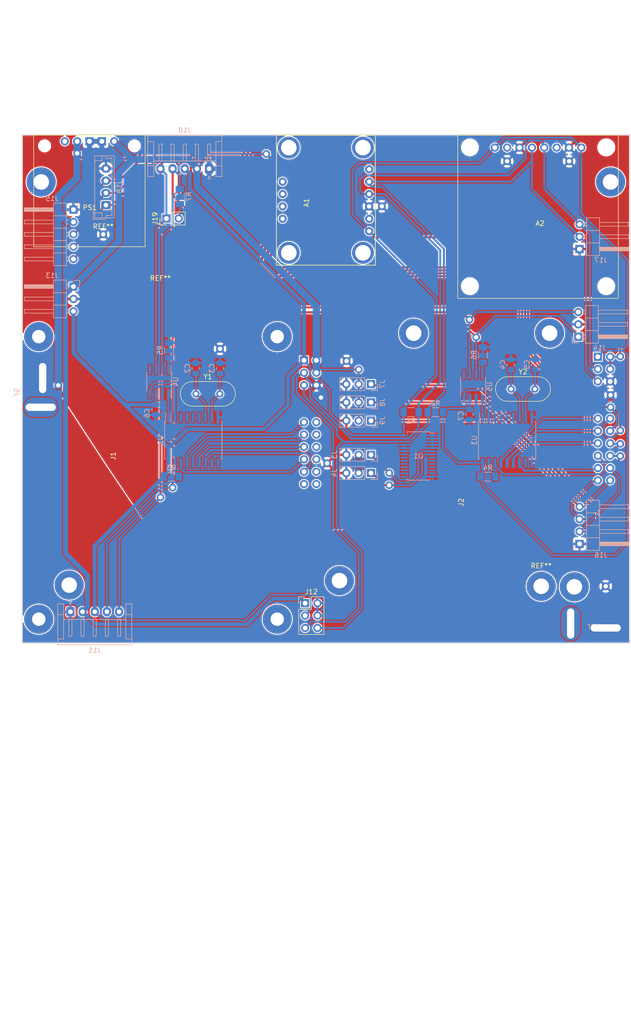
<source format=kicad_pcb>
(kicad_pcb (version 20211014) (generator pcbnew)
  (layers (0 "F.Cu" signal) (31 "B.Cu" signal) (34 "B.Paste" user) (35 "F.Paste" user) (36 "B.SilkS" user "B.Silkscreen") (37 "F.SilkS" user "F.Silkscreen") (38 "B.Mask" user) (39 "F.Mask" user) (44 "Edge.Cuts" user))
  (net 0 "")
  (net 24 "/VBAT+")
  (net 25 "/GND")
  (net 26 "/+3V3")
  (net 27 "/+5V")
  (net 28 "/SDA")
  (net 29 "/SCL")
  (net 30 "/SERVO_PWM")
  (net 31 "/ESC_PWM")
  (net 32 "/ESC_+5V")
  (net 33 "/MISO_A")
  (net 35 "/MOSI_A")
  (net 37 "/SCK_A")
  (net 39 "/CAN_CS_A")
  (net 41 "/CAN_INT_A")
  (net 45 "/MISO_B")
  (net 46 "/MOSI_B")
  (net 47 "/VBAT_C1")
  (net 48 "/SCK_B")
  (net 49 "/VBAT_C2")
  (net 50 "/CAN_CS_B")
  (net 51 "/VBAT_C3")
  (net 52 "/CAN_INT_B")
  (net 53 "/RC_1")
  (net 54 "/RC_2")
  (net 55 "/RC_3")
  (net 56 "/CAN_H")
  (net 57 "/CAN_L")
  (net 58 "Net-(R3-Pad1)")
  (net 59 "Net-(R4-Pad1)")
  (net 60 "Net-(R5-Pad2)")
  (net 61 "Net-(R6-Pad2)")
  (net 62 "/CAN_TX_A")
  (net 63 "/CAN_RX_A")
  (net 70 "/CAN_TX_B")
  (net 71 "/CAN_RX_B")
  (net 80 "Net-(C2-Pad2)")
  (net 81 "Net-(C3-Pad2)")
  (net 82 "Net-(C4-Pad2)")
  (net 83 "Net-(C5-Pad2)")
  (net 84 "Net-(R7-Pad1)")
  (footprint "twyleg-misc:via_0.9" (layer "F.Cu") (at 211.5 87.25)
    (fp_text reference "REF**" hide)
    (fp_text value "via_0.9")
  )
  (footprint "twyleg-displays:Waveshare-0_96inch-oled" (layer "F.Cu") (at 227.095 106.155)
    (fp_text reference "A2")
    (fp_text value "Waveshare-0_96inch-oled")
  )
  (footprint "" (layer "F.Cu") (at 178.25 116.5)
    (fp_text reference "")
    (fp_text value "")
  )
  (footprint "twyleg-voltage-regulators:Polulu-S13V30F5" (layer "F.Cu") (at 162.855 72.645 180)
    (fp_text reference "PS1")
    (fp_text value "Polulu-S13V30F5")
  )
  (footprint "Connector_PinHeader_2.54mm:PinHeader_2x03_P2.54mm_Vertical" (layer "F.Cu") (at 195.725 168.725)
    (fp_text reference "J12")
    (fp_text value "Debug_BreadBoard")
  )
  (footprint "piracer_evo:hpi-racing-rs2" (layer "F.Cu") (at 200 150)
    (fp_text reference "REF**")
    (fp_text value "hpi-racing-rs4")
  )
  (footprint "" (layer "F.Cu") (at 199 126.5)
    (fp_text reference "")
    (fp_text value "")
  )
  (footprint "twyleg-board-connectors:Arduino_UNO_R3_WithMountingHoles-PiRacerEvo" (layer "F.Cu") (at 200 110.5 -90)
    (fp_text reference "J2")
    (fp_text value "PiRacer-BoardConnector")
  )
  (footprint "" (layer "F.Cu") (at 258.5 83)
    (fp_text reference "")
    (fp_text value "")
  )
  (footprint "twyleg-misc:via_0.9" (layer "F.Cu") (at 154.25 93)
    (fp_text reference "REF**")
    (fp_text value "via_0.9")
  )
  (footprint "Crystal:Crystal_HC18-U_Vertical" (layer "F.Cu") (at 238.05 124.75)
    (fp_text reference "Y2")
    (fp_text value "16MHz")
  )
  (footprint "twyleg-board-connectors:RaspberryPi3-ModelB-PiracerEvo" (layer "F.Cu") (at 137.5 110.5 -90)
    (fp_text reference "J1")
    (fp_text value "PiRacer-BoardConnector")
  )
  (footprint "" (layer "F.Cu") (at 237.25 78)
    (fp_text reference "")
    (fp_text value "")
  )
  (footprint "twyleg-board-connectors:Adafruit_IMU_BNO055" (layer "F.Cu") (at 200 86 90)
    (fp_text reference "A1")
    (fp_text value "Adafruit_IMU_BNO055")
  )
  (footprint "" (layer "F.Cu") (at 141.5 82.25)
    (fp_text reference "")
    (fp_text value "")
  )
  (footprint "" (layer "F.Cu") (at 200.25 140)
    (fp_text reference "")
    (fp_text value "")
  )
  (footprint "" (layer "F.Cu") (at 258.5 126)
    (fp_text reference "")
    (fp_text value "")
  )
  (footprint "" (layer "F.Cu") (at 250 78)
    (fp_text reference "")
    (fp_text value "")
  )
  (footprint "" (layer "F.Cu") (at 147.25 165.25)
    (fp_text reference "")
    (fp_text value "")
  )
  (footprint "" (layer "F.Cu") (at 257.5 165.25)
    (fp_text reference "")
    (fp_text value "")
  )
  (footprint "Crystal:Crystal_HC18-U_Vertical" (layer "F.Cu") (at 173.3 125.75)
    (fp_text reference "Y1")
    (fp_text value "16MHz")
  )
  (footprint "twyleg-mechanical:MountingHole_3.2mm_M3" (layer "F.Cu") (at 244.25 165.25)
    (fp_text reference "REF**")
    (fp_text value "MP_MountingHole_3.2mm_M3")
  )
  (footprint "" (layer "F.Cu") (at 204.25 119)
    (fp_text reference "")
    (fp_text value "")
  )
  (footprint "Connector_PinHeader_2.54mm:PinHeader_1x02_P2.54mm_Vertical" (layer "F.Cu") (at 167.225 89.75 90)
    (fp_text reference "J19")
    (fp_text value "CAN_Term_Jumper")
  )
  (footprint "Package_SO:SOIC-18W_7.5x11.6mm_P1.27mm" (layer "B.Cu") (at 172.75 135.25 -90)
    (fp_text reference "U2")
    (fp_text value "MCP2515-xSO")
  )
  (footprint "Resistor_SMD:R_1206_3216Metric_Pad1.30x1.75mm_HandSolder" (layer "B.Cu") (at 217.5 129.5)
    (fp_text reference "R1")
    (fp_text value "4.7K")
  )
  (footprint "Connector_PinHeader_2.54mm:PinHeader_1x03_P2.54mm_Vertical" (layer "B.Cu") (at 209.275 131.25 90)
    (fp_text reference "J9")
    (fp_text value "Input_RC3")
  )
  (footprint "Capacitor_SMD:C_0805_2012Metric_Pad1.18x1.45mm_HandSolder" (layer "B.Cu") (at 165 129 90)
    (fp_text reference "C6")
    (fp_text value "100nF")
  )
  (footprint "Connector_PinHeader_2.54mm:PinHeader_1x03_P2.54mm_Horizontal" (layer "B.Cu") (at 148.125 103.725 180)
    (fp_text reference "J13")
    (fp_text value "Debug_Power")
  )
  (footprint "Connector_PinHeader_2.54mm:PinHeader_1x03_P2.54mm_Vertical" (layer "B.Cu") (at 209.275 142 90)
    (fp_text reference "J4")
    (fp_text value "Output_ESC")
  )
  (footprint "Resistor_SMD:R_1206_3216Metric_Pad1.30x1.75mm_HandSolder" (layer "B.Cu") (at 233.25 142.75 180)
    (fp_text reference "R4")
    (fp_text value "10K")
  )
  (footprint "Package_SO:SOIC-8_3.9x4.9mm_P1.27mm" (layer "B.Cu") (at 165.75 123.25 90)
    (fp_text reference "U4")
    (fp_text value "SN65HVD231")
  )
  (footprint "Connector_PinHeader_2.54mm:PinHeader_1x03_P2.54mm_Horizontal" (layer "B.Cu") (at 251.875 114.025)
    (fp_text reference "J14")
    (fp_text value "Debug_CAN")
  )
  (footprint "Connector_JST:JST_EH_S5B-EH_1x05_P2.50mm_Horizontal" (layer "B.Cu") (at 176 79.5325 180)
    (fp_text reference "J10")
    (fp_text value "Extension_Front")
  )
  (footprint "Connector_PinHeader_2.54mm:PinHeader_1x04_P2.54mm_Horizontal" (layer "B.Cu") (at 252.125 156.55)
    (fp_text reference "J16")
    (fp_text value "Debug_RC")
  )
  (footprint "Package_SO:SOIC-8_3.9x4.9mm_P1.27mm" (layer "B.Cu") (at 230.25 124.25 90)
    (fp_text reference "U5")
    (fp_text value "SN65HVD231")
  )
  (footprint "twyleg-connectors:T-Plug-Male" (layer "B.Cu") (at 141.5 125.5 90)
    (fp_text reference "J5")
    (fp_text value "Power_Bat")
  )
  (footprint "Connector_PinHeader_2.54mm:PinHeader_1x03_P2.54mm_Vertical" (layer "B.Cu") (at 209.275 138.25 90)
    (fp_text reference "J3")
    (fp_text value "Output_Servo")
  )
  (footprint "Package_SO:TSSOP-28_4.4x9.7mm_P0.65mm" (layer "B.Cu") (at 219 138.5 180)
    (fp_text reference "U1")
    (fp_text value "PCA9685PW")
  )
  (footprint "Resistor_SMD:R_1206_3216Metric_Pad1.30x1.75mm_HandSolder" (layer "B.Cu") (at 167.75 116.8 -90)
    (fp_text reference "R5")
    (fp_text value "0-100k")
  )
  (footprint "Capacitor_SMD:C_0805_2012Metric_Pad1.18x1.45mm_HandSolder" (layer "B.Cu") (at 173.25 120.5 -90)
    (fp_text reference "C2")
    (fp_text value "22pF")
  )
  (footprint "Capacitor_SMD:C_0805_2012Metric_Pad1.18x1.45mm_HandSolder" (layer "B.Cu") (at 238 119.75 -90)
    (fp_text reference "C4")
    (fp_text value "22pF")
  )
  (footprint "Connector_JST:JST_EH_S5B-EH_1x05_P2.50mm_Horizontal" (layer "B.Cu") (at 147.5 170.4675)
    (fp_text reference "J11")
    (fp_text value "Extension_Rear")
  )
  (footprint "Resistor_SMD:R_1206_3216Metric_Pad1.30x1.75mm_HandSolder" (layer "B.Cu") (at 232.25 117.75 -90)
    (fp_text reference "R6")
    (fp_text value "0-100k")
  )
  (footprint "Connector_PinHeader_2.54mm:PinHeader_1x05_P2.54mm_Horizontal" (layer "B.Cu") (at 148.125 87.925 180)
    (fp_text reference "J15")
    (fp_text value "Debug_Bat")
  )
  (footprint "Resistor_SMD:R_1206_3216Metric_Pad1.30x1.75mm_HandSolder" (layer "B.Cu") (at 170 85.25 90)
    (fp_text reference "R7")
    (fp_text value "60")
  )
  (footprint "Connector_PinHeader_2.54mm:PinHeader_1x03_P2.54mm_Vertical" (layer "B.Cu") (at 209.275 123.75 90)
    (fp_text reference "J7")
    (fp_text value "Input_RC1")
  )
  (footprint "Connector_JST:JST_EH_B4B-EH-A_1x04_P2.50mm_Vertical" (layer "B.Cu") (at 154.8 87 90)
    (fp_text reference "J18")
    (fp_text value "Input_BatBalancer")
  )
  (footprint "Resistor_SMD:R_1206_3216Metric_Pad1.30x1.75mm_HandSolder" (layer "B.Cu") (at 168.25 142.75 180)
    (fp_text reference "R3")
    (fp_text value "10K")
  )
  (footprint "Resistor_SMD:R_1206_3216Metric_Pad1.30x1.75mm_HandSolder" (layer "B.Cu") (at 222.5 129.5 180)
    (fp_text reference "R2")
    (fp_text value "4.7K")
  )
  (footprint "Capacitor_SMD:C_0805_2012Metric_Pad1.18x1.45mm_HandSolder" (layer "B.Cu") (at 178.25 120.5 -90)
    (fp_text reference "C3")
    (fp_text value "22pF")
  )
  (footprint "Connector_PinHeader_2.54mm:PinHeader_1x03_P2.54mm_Horizontal" (layer "B.Cu") (at 252.125 96.025)
    (fp_text reference "J17")
    (fp_text value "Debug_I2C")
  )
  (footprint "Capacitor_SMD:C_0805_2012Metric_Pad1.18x1.45mm_HandSolder" (layer "B.Cu") (at 229.5 130 90)
    (fp_text reference "C7")
    (fp_text value "100nF")
  )
  (footprint "Capacitor_SMD:C_0805_2012Metric_Pad1.18x1.45mm_HandSolder" (layer "B.Cu") (at 243 119.75 -90)
    (fp_text reference "C5")
    (fp_text value "22pF")
  )
  (footprint "twyleg-connectors:T-Plug-Female" (layer "B.Cu") (at 254.5 173)
    (fp_text reference "J6")
    (fp_text value "Power_DriveTrain")
  )
  (footprint "Connector_PinHeader_2.54mm:PinHeader_1x03_P2.54mm_Vertical" (layer "B.Cu") (at 209.275 127.5 90)
    (fp_text reference "J8")
    (fp_text value "Input_RC2")
  )
  (footprint "Package_SO:SOIC-18W_7.5x11.6mm_P1.27mm" (layer "B.Cu") (at 237.25 135.25 -90)
    (fp_text reference "U3")
    (fp_text value "MCP2515-xSO")
  )
  (gr_line (start 262.5 177) (end 137.5 177) (layer "Edge.Cuts") (width 0.1))
  (gr_line (start 262.5 72.5) (end 137.5 72.5) (layer "Edge.Cuts") (width 0.1))
  (gr_line (start 137.5 72.5) (end 137.5 177) (layer "Edge.Cuts") (width 0.1))
  (gr_line (start 262.5 177) (end 262.5 72.5) (layer "Edge.Cuts") (width 0.1))
  (segment (start 260.5 128) (end 260.5 133.25) (width 0.4) (layer "F.Cu") (net 24))
  (segment (start 241.55 107.201472) (end 241.55 115.451472) (width 0.4) (layer "F.Cu") (net 24))
  (segment (start 163.3 75.2) (end 182.995584 75.2) (width 0.4) (layer "F.Cu") (net 24))
  (segment (start 234.153527 99.804999) (end 241.55 107.201472) (width 0.4) (layer "F.Cu") (net 24))
  (segment (start 190.502055 99.804999) (end 234.153527 99.804999) (width 0.4) (layer "F.Cu") (net 24))
  (segment (start 188.7 80.904416) (end 188.7 98.002944) (width 0.4) (layer "F.Cu") (net 24))
  (segment (start 259.5 127) (end 260.5 128) (width 0.4) (layer "F.Cu") (net 24))
  (segment (start 150.02 77.5) (end 161 77.5) (width 0.4) (layer "F.Cu") (net 24))
  (segment (start 182.995584 75.2) (end 188.7 80.904416) (width 0.4) (layer "F.Cu") (net 24))
  (segment (start 161 77.5) (end 163.3 75.2) (width 0.4) (layer "F.Cu") (net 24))
  (segment (start 148.885 76.365) (end 150.02 77.5) (width 0.4) (layer "F.Cu") (net 24))
  (segment (start 253.098528 127) (end 259.5 127) (width 0.4) (layer "F.Cu") (net 24))
  (segment (start 141.47193 128.5) (end 141.4 128.5) (width 1.5) (layer "F.Cu") (net 24))
  (segment (start 145 124.97193) (end 141.47193 128.5) (width 1.5) (layer "F.Cu") (net 24))
  (segment (start 241.55 115.451472) (end 253.098528 127) (width 0.4) (layer "F.Cu") (net 24))
  (segment (start 188.7 98.002944) (end 190.502055 99.804999) (width 0.4) (layer "F.Cu") (net 24))
  (segment (start 145 124) (end 145 124.97193) (width 1.5) (layer "F.Cu") (net 24))
  (via (at 145 124) (size 1.6) (drill 0.9) (layers "F.Cu" "B.Cu") (net 24))
  (via (at 260.5 133.25) (size 1.6) (drill 0.9) (layers "F.Cu" "B.Cu") (net 24))
  (via (at 148.885 76.365) (size 1.6) (drill 0.9) (layers "F.Cu" "B.Cu") (net 24))
  (segment (start 148.885 81.365) (end 148.885 73.915) (width 1.5) (layer "B.Cu") (net 24))
  (segment (start 145 124) (end 145 85.25) (width 1.5) (layer "B.Cu") (net 24))
  (segment (start 145 88.4) (end 145 86.5) (width 1.5) (layer "B.Cu") (net 24))
  (segment (start 259.14 134.61) (end 257.86 134.61) (width 0.4) (layer "B.Cu") (net 24))
  (segment (start 257.86 134.61) (end 257.17 133.92) (width 0.4) (layer "B.Cu") (net 24))
  (segment (start 141.4 128.5) (end 141.47193 128.5) (width 1.5) (layer "B.Cu") (net 24))
  (segment (start 257.17 133.92) (end 257.17 132.07) (width 0.4) (layer "B.Cu") (net 24))
  (segment (start 260.5 133.25) (end 259.14 134.61) (width 0.4) (layer "B.Cu") (net 24))
  (segment (start 148.125 90.465) (end 147.065 90.465) (width 1.5) (layer "B.Cu") (net 24))
  (segment (start 147.065 90.465) (end 145 88.4) (width 1.5) (layer "B.Cu") (net 24))
  (segment (start 145 85.25) (end 148.885 81.365) (width 1.5) (layer "B.Cu") (net 24))
  (segment (start 257.17 132.07) (end 258.42 130.82) (width 0.4) (layer "B.Cu") (net 24))
  (segment (start 216.1375 134.275) (end 205.373528 134.275) (width 0.4) (layer "B.Cu") (net 26))
  (segment (start 195.725 171.265) (end 196.975 170.015) (width 0.4) (layer "B.Cu") (net 26))
  (segment (start 262 156.25) (end 259.375 158.875) (width 0.4) (layer "B.Cu") (net 26))
  (segment (start 261.12 116.87) (end 262 117.75) (width 0.4) (layer "B.Cu") (net 26))
  (segment (start 167.67 136.83) (end 171.5 133) (width 0.8) (layer "B.Cu") (net 26))
  (segment (start 158.7875 127.9625) (end 158.7125 127.9625) (width 0.8) (layer "B.Cu") (net 26))
  (segment (start 216 129.55) (end 215.95 129.5) (width 0.4) (layer "B.Cu") (net 26))
  (segment (start 234.715 75.195) (end 231.51 78.4) (width 0.4) (layer "B.Cu") (net 26))
  (segment (start 205.5 79.75) (end 205.5 88.96) (width 0.4) (layer "B.Cu") (net 26))
  (segment (start 166.7 142.75) (end 152.5 156.95) (width 0.8) (layer "B.Cu") (net 26))
  (segment (start 187.262233 133) (end 192.25 128.012233) (width 0.8) (layer "B.Cu") (net 26))
  (segment (start 222.75 121.95) (end 215.95 128.75) (width 0.4) (layer "B.Cu") (net 26))
  (segment (start 196.75 121.927767) (end 196.75 120.12) (width 0.4) (layer "B.Cu") (net 26))
  (segment (start 200.75 129.651472) (end 200.75 124.892233) (width 0.4) (layer "B.Cu") (net 26))
  (segment (start 255.88 118.12) (end 257.13 116.87) (width 0.4) (layer "B.Cu") (net 26))
  (segment (start 196.75 120.12) (end 195.5 118.87) (width 0.4) (layer "B.Cu") (net 26))
  (segment (start 171.5 133) (end 187.262233 133) (width 0.8) (layer "B.Cu") (net 26))
  (segment (start 252.495 75.195) (end 250.45 73.15) (width 0.4) (layer "B.Cu") (net 26))
  (segment (start 165 127.9625) (end 158.7875 127.9625) (width 0.8) (layer "B.Cu") (net 26))
  (segment (start 215.95 128.75) (end 215.95 129.5) (width 0.4) (layer "B.Cu") (net 26))
  (segment (start 205.5 88.96) (end 208.89 92.35) (width 0.4) (layer "B.Cu") (net 26))
  (segment (start 262 115.74) (end 260.87 116.87) (width 0.4) (layer "B.Cu") (net 26))
  (segment (start 206.85 78.4) (end 205.5 79.75) (width 0.4) (layer "B.Cu") (net 26))
  (segment (start 262 98.25) (end 262 115.74) (width 0.4) (layer "B.Cu") (net 26))
  (segment (start 172 80.5325) (end 172 83.75) (width 0.8) (layer "B.Cu") (net 26))
  (segment (start 229.5 128.9625) (end 229.5 126.84) (width 0.4) (layer "B.Cu") (net 26))
  (segment (start 229.25 128.7125) (end 224.8375 128.7125) (width 0.4) (layer "B.Cu") (net 26))
  (segment (start 252.495 75.195) (end 252.495 88.745) (width 0.4) (layer "B.Cu") (net 26))
  (segment (start 232.25 139.98) (end 232.17 139.9) (width 0.4) (layer "B.Cu") (net 26))
  (segment (start 197.482233 122.66) (end 196.75 121.927767) (width 0.4) (layer "B.Cu") (net 26))
  (segment (start 167.67 136.845) (end 158.7875 127.9625) (width 0.8) (layer "B.Cu") (net 26))
  (segment (start 250.45 73.15) (end 236.76 73.15) (width 0.4) (layer "B.Cu") (net 26))
  (segment (start 167.67 136.845) (end 167.67 136.83) (width 0.8) (layer "B.Cu") (net 26))
  (segment (start 183.500001 172.25) (end 154.2825 172.25) (width 0.4) (layer "B.Cu") (net 26))
  (segment (start 231.51 78.4) (end 206.85 78.4) (width 0.4) (layer "B.Cu") (net 26))
  (segment (start 196.975 167.6) (end 196.375 167) (width 0.4) (layer "B.Cu") (net 26))
  (segment (start 172 83.75) (end 195.5 107.25) (width 0.8) (layer "B.Cu") (net 26))
  (segment (start 229.5 126.84) (end 229.615 126.725) (width 0.4) (layer "B.Cu") (net 26))
  (segment (start 152.5 156.95) (end 152.5 170.4675) (width 0.8) (layer "B.Cu") (net 26))
  (segment (start 227.15 139.9) (end 224 136.75) (width 0.4) (layer "B.Cu") (net 26))
  (segment (start 216.1375 134.275) (end 216 134.1375) (width 0.4) (layer "B.Cu") (net 26))
  (segment (start 252.495 88.745) (end 262 98.25) (width 0.4) (layer "B.Cu") (net 26))
  (segment (start 259.375 158.875) (end 246.625 158.875) (width 0.4) (layer "B.Cu") (net 26))
  (segment (start 232.17 139.9) (end 227.15 139.9) (width 0.4) (layer "B.Cu") (net 26))
  (segment (start 222.75 106.21) (end 222.75 121.95) (width 0.4) (layer "B.Cu") (net 26))
  (segment (start 167.67 139.9) (end 167.67 136.845) (width 0.8) (layer "B.Cu") (net 26))
  (segment (start 205.373528 134.275) (end 200.75 129.651472) (width 0.4) (layer "B.Cu") (net 26))
  (segment (start 224 136.75) (end 224 129.55) (width 0.4) (layer "B.Cu") (net 26))
  (segment (start 236.76 73.15) (end 234.715 75.195) (width 0.4) (layer "B.Cu") (net 26))
  (segment (start 165.115 125.725) (end 165.115 127.8475) (width 0.4) (layer "B.Cu") (net 26))
  (segment (start 232.25 144.5) (end 232.25 139.98) (width 0.4) (layer "B.Cu") (net 26))
  (segment (start 224 129.55) (end 224.05 129.5) (width 0.4) (layer "B.Cu") (net 26))
  (segment (start 171 79.5325) (end 172 80.5325) (width 0.8) (layer "B.Cu") (net 26))
  (segment (start 154.2825 172.25) (end 152.5 170.4675) (width 0.4) (layer "B.Cu") (net 26))
  (segment (start 188.749999 167) (end 183.500001 172.25) (width 0.4) (layer "B.Cu") (net 26))
  (segment (start 216 134.1375) (end 216 129.55) (width 0.4) (layer "B.Cu") (net 26))
  (segment (start 167.67 141.78) (end 166.7 142.75) (width 0.8) (layer "B.Cu") (net 26))
  (segment (start 196.975 170.015) (end 196.975 167.6) (width 0.4) (layer "B.Cu") (net 26))
  (segment (start 229.5 128.9625) (end 229.25 128.7125) (width 0.4) (layer "B.Cu") (net 26))
  (segment (start 260.87 116.87) (end 261.12 116.87) (width 0.4) (layer "B.Cu") (net 26))
  (segment (start 224.8375 128.7125) (end 224.05 129.5) (width 0.4) (layer "B.Cu") (net 26))
  (segment (start 262 117.75) (end 262 156.25) (width 0.4) (layer "B.Cu") (net 26))
  (segment (start 246.625 158.875) (end 232.25 144.5) (width 0.4) (layer "B.Cu") (net 26))
  (segment (start 208.89 92.35) (end 222.75 106.21) (width 0.4) (layer "B.Cu") (net 26))
  (segment (start 148.125 117.375) (end 148.125 108.805) (width 0.8) (layer "B.Cu") (net 26))
  (segment (start 198.517767 122.66) (end 197.482233 122.66) (width 0.4) (layer "B.Cu") (net 26))
  (segment (start 196.375 167) (end 188.749999 167) (width 0.4) (layer "B.Cu") (net 26))
  (segment (start 167.67 139.9) (end 167.67 141.78) (width 0.8) (layer "B.Cu") (net 26))
  (segment (start 200.75 124.892233) (end 198.517767 122.66) (width 0.4) (layer "B.Cu") (net 26))
  (segment (start 158.7125 127.9625) (end 148.125 117.375) (width 0.8) (layer "B.Cu") (net 26))
  (segment (start 257.13 116.87) (end 260.87 116.87) (width 0.4) (layer "B.Cu") (net 26))
  (segment (start 192.25 128.012233) (end 192.25 122.12) (width 0.8) (layer "B.Cu") (net 26))
  (segment (start 165.115 127.8475) (end 165 127.9625) (width 0.4) (layer "B.Cu") (net 26))
  (segment (start 192.25 122.12) (end 195.5 118.87) (width 0.8) (layer "B.Cu") (net 26))
  (segment (start 195.5 107.25) (end 195.5 118.87) (width 0.8) (layer "B.Cu") (net 26))
  (segment (start 254.75 106.25) (end 241.447056 106.25) (width 0.4) (layer "F.Cu") (net 27))
  (segment (start 191.1 93.6) (end 189.3 91.8) (width 0.4) (layer "F.Cu") (net 27))
  (segment (start 206.75 126.5) (end 206.735 126.485) (width 0.4) (layer "F.Cu") (net 27))
  (segment (start 206.735 126.515) (end 206.75 126.5) (width 0.4) (layer "F.Cu") (net 27))
  (segment (start 260.5 118.0695) (end 260.5 112) (width 0.4) (layer "F.Cu") (net 27))
  (segment (start 260.5 112) (end 254.75 106.25) (width 0.4) (layer "F.Cu") (net 27))
  (segment (start 206.735 131.25) (end 206.735 126.515) (width 0.4) (layer "F.Cu") (net 27))
  (segment (start 206.735 126.485) (end 206.735 123.75) (width 0.4) (layer "F.Cu") (net 27))
  (segment (start 206.75 120.75) (end 206.735 120.765) (width 0.4) (layer "F.Cu") (net 27))
  (segment (start 241.447056 106.25) (end 228.797056 93.6) (width 0.4) (layer "F.Cu") (net 27))
  (segment (start 189.3 78.05) (end 187.75 76.5) (width 0.4) (layer "F.Cu") (net 27))
  (segment (start 189.3 91.8) (end 189.3 78.05) (width 0.4) (layer "F.Cu") (net 27))
  (segment (start 228.797056 93.6) (end 191.1 93.6) (width 0.4) (layer "F.Cu") (net 27))
  (segment (start 206.735 120.765) (end 206.735 123.75) (width 0.4) (layer "F.Cu") (net 27))
  (via (at 187.75 76.5) (size 1.6) (drill 0.9) (layers "F.Cu" "B.Cu") (net 27))
  (via (at 260.5 118.0695) (size 1.6) (drill 0.9) (layers "F.Cu" "B.Cu") (net 27))
  (via (at 206.75 120.75) (size 1.6) (drill 0.9) (layers "F.Cu" "B.Cu") (net 27))
  (segment (start 206.75 120.75) (end 198.7 120.75) (width 0.4) (layer "B.Cu") (net 27))
  (segment (start 156.505 73.915) (end 160.1975 77.6075) (width 1.5) (layer "B.Cu") (net 27))
  (segment (start 148.125 103.725) (end 157.45 94.4) (width 1.5) (layer "B.Cu") (net 27))
  (segment (start 157.45 80.355) (end 160.1975 77.6075) (width 1.5) (layer "B.Cu") (net 27))
  (segment (start 194.8 167.8) (end 195.725 168.725) (width 0.8) (layer "B.Cu") (net 27))
  (segment (start 198.7 120.75) (end 198.04 121.41) (width 0.4) (layer "B.Cu") (net 27))
  (segment (start 157.45 94.4) (end 157.45 80.355) (width 1.5) (layer "B.Cu") (net 27))
  (segment (start 183.831371 173.05) (end 189.08137 167.8) (width 0.8) (layer "B.Cu") (net 27))
  (segment (start 173.5 79.361916) (end 173.5 79.5325) (width 1.5) (layer "B.Cu") (net 27))
  (segment (start 198.04 118.87) (end 198.04 107.79) (width 1.5) (layer "B.Cu") (net 27))
  (segment (start 146.5 105.35) (end 148.125 103.725) (width 1) (layer "B.Cu") (net 27))
  (segment (start 176.5325 76.5) (end 173.5 79.5325) (width 0.4) (layer "B.Cu") (net 27))
  (segment (start 153.901129 173) (end 153.951129 173.05) (width 0.8) (layer "B.Cu") (net 27))
  (segment (start 150 170.4675) (end 152.5325 173) (width 0.8) (layer "B.Cu") (net 27))
  (segment (start 151 163) (end 146.5 158.5) (width 1) (layer "B.Cu") (net 27))
  (segment (start 150 170.4675) (end 151 169.4675) (width 1) (layer "B.Cu") (net 27))
  (segment (start 151 169.4675) (end 151 163) (width 1) (layer "B.Cu") (net 27))
  (segment (start 260.38 118.12) (end 260.5 118) (width 0.4) (layer "B.Cu") (net 27))
  (segment (start 173.5 83.25) (end 173.5 79.5325) (width 1.5) (layer "B.Cu") (net 27))
  (segment (start 258.42 118.12) (end 260.38 118.12) (width 0.4) (layer "B.Cu") (net 27))
  (segment (start 258.42 120.66) (end 258.42 118.12) (width 0.4) (layer "B.Cu") (net 27))
  (segment (start 146.5 158.5) (end 146.5 105.35) (width 1) (layer "B.Cu") (net 27))
  (segment (start 153.951129 173.05) (end 183.831371 173.05) (width 0.8) (layer "B.Cu") (net 27))
  (segment (start 198.04 121.41) (end 198.04 118.87) (width 1.5) (layer "B.Cu") (net 27))
  (segment (start 260.5 118) (end 260.5 118.0695) (width 0.4) (layer "B.Cu") (net 27))
  (segment (start 160.1975 77.6075) (end 171.745584 77.6075) (width 1.5) (layer "B.Cu") (net 27))
  (segment (start 152.5325 173) (end 153.901129 173) (width 0.8) (layer "B.Cu") (net 27))
  (segment (start 171.745584 77.6075) (end 173.5 79.361916) (width 1.5) (layer "B.Cu") (net 27))
  (segment (start 189.08137 167.8) (end 194.8 167.8) (width 0.8) (layer "B.Cu") (net 27))
  (segment (start 187.75 76.5) (end 176.5325 76.5) (width 0.4) (layer "B.Cu") (net 27))
  (segment (start 198.04 107.79) (end 173.5 83.25) (width 1.5) (layer "B.Cu") (net 27))
  (segment (start 201.5 153.098528) (end 201.5 133) (width 0.4) (layer "B.Cu") (net 28))
  (segment (start 195.09 121.41) (end 195.5 121.41) (width 0.4) (layer "B.Cu") (net 28))
  (segment (start 203.985 172.515) (end 206.75 169.75) (width 0.4) (layer "B.Cu") (net 28))
  (segment (start 223.5 123.3) (end 219.05 127.75) (width 0.4) (layer "B.Cu") (net 28))
  (segment (start 219 132.857107) (end 219 129.55) (width 0.4) (layer "B.Cu") (net 28))
  (segment (start 195.725 173.805) (end 197.015 172.515) (width 0.4) (layer "B.Cu") (net 28))
  (segment (start 207.85 80.9) (end 207 81.75) (width 0.4) (layer "B.Cu") (net 28))
  (segment (start 223.5 96.25) (end 223.5 123.3) (width 0.4) (layer "B.Cu") (net 28))
  (segment (start 207.73 84.73) (end 208.89 84.73) (width 0.4) (layer "B.Cu") (net 28))
  (segment (start 255.41 120.66) (end 254.25 119.5) (width 0.4) (layer "B.Cu") (net 28))
  (segment (start 244.875 83.695) (end 244.875 75.195) (width 0.4) (layer "B.Cu") (net 28))
  (segment (start 205.175 134.925) (end 216.1375 134.925) (width 0.4) (layer "B.Cu") (net 28))
  (segment (start 195.5 122) (end 196.75 123.25) (width 0.4) (layer "B.Cu") (net 28))
  (segment (start 194 122.5) (end 195.09 121.41) (width 0.4) (layer "B.Cu") (net 28))
  (segment (start 237.6 80.9) (end 207.85 80.9) (width 0.4) (layer "B.Cu") (net 28))
  (segment (start 206.75 169.75) (end 206.75 158.348528) (width 0.4) (layer "B.Cu") (net 28))
  (segment (start 197.015 172.515) (end 203.985 172.515) (width 0.4) (layer "B.Cu") (net 28))
  (segment (start 219.05 127.75) (end 219.05 129.5) (width 0.4) (layer "B.Cu") (net 28))
  (segment (start 219 129.55) (end 219.05 129.5) (width 0.4) (layer "B.Cu") (net 28))
  (segment (start 208.89 84.73) (end 211.98 84.73) (width 0.4) (layer "B.Cu") (net 28))
  (segment (start 196.75 126.5) (end 205.175 134.925) (width 0.4) (layer "B.Cu") (net 28))
  (segment (start 244.875 75.195) (end 244.875 74.625) (width 0.4) (layer "B.Cu") (net 28))
  (segment (start 194 125.5) (end 194 122.5) (width 0.4) (layer "B.Cu") (net 28))
  (segment (start 244 73.75) (end 241.75 73.75) (width 0.4) (layer "B.Cu") (net 28))
  (segment (start 255.88 120.66) (end 255.41 120.66) (width 0.4) (layer "B.Cu") (net 28))
  (segment (start 241.045 77.455) (end 237.6 80.9) (width 0.4) (layer "B.Cu") (net 28))
  (segment (start 195.5 121.41) (end 195.5 122) (width 0.4) (layer "B.Cu") (net 28))
  (segment (start 254.25 93.07) (end 244.875 83.695) (width 0.4) (layer "B.Cu") (net 28))
  (segment (start 196.75 123.25) (end 196.75 126.5) (width 0.4) (layer "B.Cu") (net 28))
  (segment (start 206.75 158.348528) (end 201.5 153.098528) (width 0.4) (layer "B.Cu") (net 28))
  (segment (start 201.5 133) (end 194 125.5) (width 0.4) (layer "B.Cu") (net 28))
  (segment (start 241.75 73.75) (end 241.045 74.455) (width 0.4) (layer "B.Cu") (net 28))
  (segment (start 241.045 74.455) (end 241.045 77.455) (width 0.4) (layer "B.Cu") (net 28))
  (segment (start 244.875 74.625) (end 244 73.75) (width 0.4) (layer "B.Cu") (net 28))
  (segment (start 254.25 119.5) (end 254.25 93.07) (width 0.4) (layer "B.Cu") (net 28))
  (segment (start 207 81.75) (end 207 84) (width 0.4) (layer "B.Cu") (net 28))
  (segment (start 211.98 84.73) (end 223.5 96.25) (width 0.4) (layer "B.Cu") (net 28))
  (segment (start 207 84) (end 207.73 84.73) (width 0.4) (layer "B.Cu") (net 28))
  (segment (start 216.932107 134.925) (end 219 132.857107) (width 0.4) (layer "B.Cu") (net 28))
  (segment (start 216.1375 134.925) (end 216.932107 134.925) (width 0.4) (layer "B.Cu") (net 28))
  (segment (start 224.25 96) (end 211.5 83.25) (width 0.4) (layer "B.Cu") (net 29))
  (segment (start 203.5 135.5) (end 202.25 134.25) (width 0.4) (layer "B.Cu") (net 29))
  (segment (start 207.35 158.1) (end 202.25 153) (width 0.4) (layer "B.Cu") (net 29))
  (segment (start 220.95 131.8) (end 220.95 129.5) (width 0.4) (layer "B.Cu") (net 29))
  (segment (start 242.335 75.195) (end 242.335 77.915) (width 0.4) (layer "B.Cu") (net 29))
  (segment (start 202.25 153) (end 202.25 136.75) (width 0.4) (layer "B.Cu") (net 29))
  (segment (start 242.335 83.695) (end 242.335 77.915) (width 0.4) (layer "B.Cu") (net 29))
  (segment (start 198.265 173.805) (end 203.543528 173.805) (width 0.4) (layer "B.Cu") (net 29))
  (segment (start 208.89 82.64) (end 208.89 82.19) (width 0.4) (layer "B.Cu") (net 29))
  (segment (start 211.5 83.25) (end 209.5 83.25) (width 0.4) (layer "B.Cu") (net 29))
  (segment (start 202.25 134.25) (end 202.25 132.848528) (width 0.4) (layer "B.Cu") (net 29))
  (segment (start 220.95 128.75) (end 224.25 125.45) (width 0.4) (layer "B.Cu") (net 29))
  (segment (start 203.543528 173.805) (end 207.35 169.998528) (width 0.4) (layer "B.Cu") (net 29))
  (segment (start 202.25 132.848528) (end 195.5 126.098528) (width 0.4) (layer "B.Cu") (net 29))
  (segment (start 210.44 82.19) (end 208.89 82.19) (width 0.4) (layer "B.Cu") (net 29))
  (segment (start 238.06 82.19) (end 210.44 82.19) (width 0.4) (layer "B.Cu") (net 29))
  (segment (start 209.5 83.25) (end 208.89 82.64) (width 0.4) (layer "B.Cu") (net 29))
  (segment (start 217.175 135.575) (end 220.95 131.8) (width 0.4) (layer "B.Cu") (net 29))
  (segment (start 253.15 94.51) (end 242.335 83.695) (width 0.4) (layer "B.Cu") (net 29))
  (segment (start 242.335 77.915) (end 238.06 82.19) (width 0.4) (layer "B.Cu") (net 29))
  (segment (start 216.1375 135.575) (end 217.175 135.575) (width 0.4) (layer "B.Cu") (net 29))
  (segment (start 224.25 125.45) (end 224.25 96) (width 0.4) (layer "B.Cu") (net 29))
  (segment (start 216.1375 135.575) (end 203.575 135.575) (width 0.4) (layer "B.Cu") (net 29))
  (segment (start 195.5 126.098528) (end 195.5 123.95) (width 0.4) (layer "B.Cu") (net 29))
  (segment (start 203.575 135.575) (end 203.5 135.5) (width 0.4) (layer "B.Cu") (net 29))
  (segment (start 220.95 129.5) (end 220.95 128.75) (width 0.4) (layer "B.Cu") (net 29))
  (segment (start 202.25 136.75) (end 203.5 135.5) (width 0.4) (layer "B.Cu") (net 29))
  (segment (start 255.88 123.2) (end 253.5 120.82) (width 0.4) (layer "B.Cu") (net 29))
  (segment (start 207.35 169.998528) (end 207.35 158.1) (width 0.4) (layer "B.Cu") (net 29))
  (segment (start 253.5 94.86) (end 253.15 94.51) (width 0.4) (layer "B.Cu") (net 29))
  (segment (start 253.5 120.82) (end 253.5 94.86) (width 0.4) (layer "B.Cu") (net 29))
  (segment (start 213.0125 141.9875) (end 209.275 138.25) (width 0.4) (layer "F.Cu") (net 30))
  (via (at 213.0125 141.9875) (size 1.6) (drill 0.9) (layers "F.Cu" "B.Cu") (net 30))
  (segment (start 217.251472 143.9) (end 219 142.151472) (width 0.4) (layer "B.Cu") (net 30))
  (segment (start 219.725 137.525) (end 221.8625 137.525) (width 0.4) (layer "B.Cu") (net 30))
  (segment (start 219 138.25) (end 219.725 137.525) (width 0.4) (layer "B.Cu") (net 30))
  (segment (start 214.925 143.9) (end 217.251472 143.9) (width 0.4) (layer "B.Cu") (net 30))
  (segment (start 214.925 143.9) (end 213.0125 141.9875) (width 0.4) (layer "B.Cu") (net 30))
  (segment (start 219 142.151472) (end 219 138.25) (width 0.4) (layer "B.Cu") (net 30))
  (segment (start 212.025 144.5) (end 209.525 142) (width 0.4) (layer "F.Cu") (net 31))
  (segment (start 213 144.5) (end 212.025 144.5) (width 0.4) (layer "F.Cu") (net 31))
  (segment (start 209.525 142) (end 209.275 142) (width 0.4) (layer "F.Cu") (net 31))
  (via (at 213 144.5) (size 1.6) (drill 0.9) (layers "F.Cu" "B.Cu") (net 31))
  (segment (start 217.5 144.5) (end 219.75 142.25) (width 0.4) (layer "B.Cu") (net 31))
  (segment (start 219.75 142.25) (end 219.75 138.75) (width 0.4) (layer "B.Cu") (net 31))
  (segment (start 213 144.5) (end 217.5 144.5) (width 0.4) (layer "B.Cu") (net 31))
  (segment (start 219.75 138.75) (end 220.325 138.175) (width 0.4) (layer "B.Cu") (net 31))
  (segment (start 220.325 138.175) (end 221.8625 138.175) (width 0.4) (layer "B.Cu") (net 31))
  (segment (start 206.735 138.25) (end 206.735 142) (width 1.5) (layer "F.Cu") (net 32))
  (segment (start 171.5 139.88) (end 171.5 138) (width 0.4) (layer "B.Cu") (net 33))
  (segment (start 175.5 134) (end 193.07 134) (width 0.4) (layer "B.Cu") (net 33))
  (segment (start 171.5 138) (end 175.5 134) (width 0.4) (layer "B.Cu") (net 33))
  (segment (start 193.07 134) (end 195.5 131.57) (width 0.4) (layer "B.Cu") (net 33))
  (segment (start 171.48 139.9) (end 171.5 139.88) (width 0.4) (layer "B.Cu") (net 33))
  (segment (start 176 135.25) (end 194.36 135.25) (width 0.4) (layer "B.Cu") (net 35))
  (segment (start 172.75 139.9) (end 172.75 138.5) (width 0.4) (layer "B.Cu") (net 35))
  (segment (start 194.36 135.25) (end 195.5 134.11) (width 0.4) (layer "B.Cu") (net 35))
  (segment (start 172.75 138.5) (end 176 135.25) (width 0.4) (layer "B.Cu") (net 35))
  (segment (start 176.1 136.65) (end 195.5 136.65) (width 0.4) (layer "B.Cu") (net 37))
  (segment (start 174.02 139.9) (end 174.02 138.73) (width 0.4) (layer "B.Cu") (net 37))
  (segment (start 174.02 138.73) (end 176.1 136.65) (width 0.4) (layer "B.Cu") (net 37))
  (segment (start 170.21 139.9) (end 170.21 141.215761) (width 0.4) (layer "B.Cu") (net 39))
  (segment (start 170.744239 141.75) (end 192.94 141.75) (width 0.4) (layer "B.Cu") (net 39))
  (segment (start 170.21 141.215761) (end 170.744239 141.75) (width 0.4) (layer "B.Cu") (net 39))
  (segment (start 192.94 141.75) (end 195.5 139.19) (width 0.4) (layer "B.Cu") (net 39))
  (segment (start 175.29 139.9) (end 175.29 139.367183) (width 0.4) (layer "B.Cu") (net 41))
  (segment (start 196.75 138.672233) (end 196.75 140.48) (width 0.4) (layer "B.Cu") (net 41))
  (segment (start 175.29 139.367183) (end 176.717183 137.94) (width 0.4) (layer "B.Cu") (net 41))
  (segment (start 196.017767 137.94) (end 196.75 138.672233) (width 0.4) (layer "B.Cu") (net 41))
  (segment (start 176.717183 137.94) (end 196.017767 137.94) (width 0.4) (layer "B.Cu") (net 41))
  (segment (start 196.75 140.48) (end 195.5 141.73) (width 0.4) (layer "B.Cu") (net 41))
  (segment (start 235.98 139.367183) (end 244.527183 130.82) (width 0.4) (layer "B.Cu") (net 45))
  (segment (start 235.98 139.9) (end 235.98 139.367183) (width 0.4) (layer "B.Cu") (net 45))
  (segment (start 244.527183 130.82) (end 255.88 130.82) (width 0.4) (layer "B.Cu") (net 45))
  (segment (start 237.25 139.9) (end 237.25 139.25) (width 0.4) (layer "B.Cu") (net 46))
  (segment (start 243.14 133.36) (end 255.88 133.36) (width 0.4) (layer "B.Cu") (net 46))
  (segment (start 237.25 139.25) (end 243.14 133.36) (width 0.4) (layer "B.Cu") (net 46))
  (segment (start 240.95 115.7) (end 253.75 128.5) (width 0.4) (layer "F.Cu") (net 47))
  (segment (start 240.95 107.45) (end 240.95 115.7) (width 0.4) (layer "F.Cu") (net 47))
  (segment (start 188.1 81.152944) (end 188.1 98.251472) (width 0.4) (layer "F.Cu") (net 47))
  (segment (start 163.7 75.8) (end 182.747056 75.8) (width 0.4) (layer "F.Cu") (net 47))
  (segment (start 154.8 82) (end 157.5 82) (width 0.4) (layer "F.Cu") (net 47))
  (segment (start 150 91.13) (end 150 86.8) (width 0.4) (layer "F.Cu") (net 47))
  (segment (start 148.125 93.005) (end 150 91.13) (width 0.4) (layer "F.Cu") (net 47))
  (segment (start 150 86.8) (end 154.8 82) (width 0.4) (layer "F.Cu") (net 47))
  (segment (start 253.75 128.5) (end 258.5 128.5) (width 0.4) (layer "F.Cu") (net 47))
  (segment (start 182.747056 75.8) (end 188.1 81.152944) (width 0.4) (layer "F.Cu") (net 47))
  (segment (start 233.904999 100.404999) (end 240.95 107.45) (width 0.4) (layer "F.Cu") (net 47))
  (segment (start 188.1 98.251472) (end 190.253527 100.404999) (width 0.4) (layer "F.Cu") (net 47))
  (segment (start 190.253527 100.404999) (end 233.904999 100.404999) (width 0.4) (layer "F.Cu") (net 47))
  (segment (start 157.5 82) (end 163.7 75.8) (width 0.4) (layer "F.Cu") (net 47))
  (via (at 258.5 128.5) (size 1.6) (drill 0.9) (layers "F.Cu" "B.Cu") (net 47))
  (segment (start 259.75 132.03) (end 258.42 133.36) (width 0.4) (layer "B.Cu") (net 47))
  (segment (start 259.75 129.75) (end 259.75 132.03) (width 0.4) (layer "B.Cu") (net 47))
  (segment (start 258.5 128.5) (end 259.75 129.75) (width 0.4) (layer "B.Cu") (net 47))
  (segment (start 238.52 139.9) (end 238.52 138.98) (width 0.4) (layer "B.Cu") (net 48))
  (segment (start 238.52 138.98) (end 241.6 135.9) (width 0.4) (layer "B.Cu") (net 48))
  (segment (start 241.6 135.9) (end 255.88 135.9) (width 0.4) (layer "B.Cu") (net 48))
  (segment (start 240.35 115.948528) (end 254 129.598528) (width 0.4) (layer "F.Cu") (net 49))
  (segment (start 187.5 81.401472) (end 187.5 98.5) (width 0.4) (layer "F.Cu") (net 49))
  (segment (start 240.35 107.7) (end 240.35 115.948528) (width 0.4) (layer "F.Cu") (net 49))
  (segment (start 233.654999 101.004999) (end 240.35 107.7) (width 0.4) (layer "F.Cu") (net 49))
  (segment (start 182.498528 76.4) (end 187.5 81.401472) (width 0.4) (layer "F.Cu") (net 49))
  (segment (start 259.31 137.19) (end 260.5 136) (width 0.4) (layer "F.Cu") (net 49))
  (segment (start 254 136) (end 255.19 137.19) (width 0.4) (layer "F.Cu") (net 49))
  (segment (start 255.19 137.19) (end 259.31 137.19) (width 0.4) (layer "F.Cu") (net 49))
  (segment (start 190.004999 101.004999) (end 233.654999 101.004999) (width 0.4) (layer "F.Cu") (net 49))
  (segment (start 150.75 92.92) (end 150.75 88.55) (width 0.4) (layer "F.Cu") (net 49))
  (segment (start 157 84.5) (end 165.1 76.4) (width 0.4) (layer "F.Cu") (net 49))
  (segment (start 150.75 88.55) (end 154.8 84.5) (width 0.4) (layer "F.Cu") (net 49))
  (segment (start 148.125 95.545) (end 150.75 92.92) (width 0.4) (layer "F.Cu") (net 49))
  (segment (start 254 129.598528) (end 254 136) (width 0.4) (layer "F.Cu") (net 49))
  (segment (start 154.8 84.5) (end 157 84.5) (width 0.4) (layer "F.Cu") (net 49))
  (segment (start 165.1 76.4) (end 182.498528 76.4) (width 0.4) (layer "F.Cu") (net 49))
  (segment (start 187.5 98.5) (end 190.004999 101.004999) (width 0.4) (layer "F.Cu") (net 49))
  (via (at 260.5 136) (size 1.6) (drill 0.9) (layers "F.Cu" "B.Cu") (net 49))
  (segment (start 258.52 136) (end 258.42 135.9) (width 0.4) (layer "B.Cu") (net 49))
  (segment (start 260.5 136) (end 258.52 136) (width 0.4) (layer "B.Cu") (net 49))
  (segment (start 234.71 139.9) (end 234.71 140.432817) (width 0.4) (layer "B.Cu") (net 50))
  (segment (start 256.397767 142.23) (end 257.13 141.497767) (width 0.4) (layer "B.Cu") (net 50))
  (segment (start 236.507183 142.23) (end 256.397767 142.23) (width 0.4) (layer "B.Cu") (net 50))
  (segment (start 234.71 140.432817) (end 236.507183 142.23) (width 0.4) (layer "B.Cu") (net 50))
  (segment (start 257.13 141.497767) (end 257.13 139.69) (width 0.4) (layer "B.Cu") (net 50))
  (segment (start 257.13 139.69) (end 255.88 138.44) (width 0.4) (layer "B.Cu") (net 50))
  (segment (start 253.4 129.847056) (end 239.75 116.197056) (width 0.4) (layer "F.Cu") (net 51))
  (segment (start 239.75 116.197056) (end 239.75 108) (width 0.4) (layer "F.Cu") (net 51))
  (segment (start 182.25 77) (end 166 77) (width 0.4) (layer "F.Cu") (net 51))
  (segment (start 260.5 138.5) (end 260.5 139) (width 0.4) (layer "F.Cu") (net 51))
  (segment (start 260.5 139) (end 259.81 139.69) (width 0.4) (layer "F.Cu") (net 51))
  (segment (start 186.9 81.65) (end 182.25 77) (width 0.4) (layer "F.Cu") (net 51))
  (segment (start 254.94 139.69) (end 253.4 138.15) (width 0.4) (layer "F.Cu") (net 51))
  (segment (start 148.125 98.085) (end 151.5 94.71) (width 0.4) (layer "F.Cu") (net 51))
  (segment (start 189.756471 101.604999) (end 186.9 98.748528) (width 0.4) (layer "F.Cu") (net 51))
  (segment (start 166 77) (end 156 87) (width 0.4) (layer "F.Cu") (net 51))
  (segment (start 239.75 108) (end 233.354999 101.604999) (width 0.4) (layer "F.Cu") (net 51))
  (segment (start 156 87) (end 154.8 87) (width 0.4) (layer "F.Cu") (net 51))
  (segment (start 253.4 138.15) (end 253.4 129.847056) (width 0.4) (layer "F.Cu") (net 51))
  (segment (start 259.81 139.69) (end 254.94 139.69) (width 0.4) (layer "F.Cu") (net 51))
  (segment (start 151.5 90.3) (end 154.8 87) (width 0.4) (layer "F.Cu") (net 51))
  (segment (start 151.5 94.71) (end 151.5 90.3) (width 0.4) (layer "F.Cu") (net 51))
  (segment (start 233.354999 101.604999) (end 189.756471 101.604999) (width 0.4) (layer "F.Cu") (net 51))
  (segment (start 186.9 98.748528) (end 186.9 81.65) (width 0.4) (layer "F.Cu") (net 51))
  (via (at 260.5 138.5) (size 1.6) (drill 0.9) (layers "F.Cu" "B.Cu") (net 51))
  (segment (start 258.48 138.5) (end 258.42 138.44) (width 0.4) (layer "B.Cu") (net 51))
  (segment (start 260.5 138.5) (end 258.48 138.5) (width 0.4) (layer "B.Cu") (net 51))
  (segment (start 239.79 139.9) (end 239.79 140.432817) (width 0.4) (layer "B.Cu") (net 52))
  (segment (start 239.79 140.432817) (end 240.857183 141.5) (width 0.4) (layer "B.Cu") (net 52))
  (segment (start 254.75 141.5) (end 255.27 140.98) (width 0.4) (layer "B.Cu") (net 52))
  (segment (start 240.857183 141.5) (end 254.75 141.5) (width 0.4) (layer "B.Cu") (net 52))
  (segment (start 255.27 140.98) (end 255.88 140.98) (width 0.4) (layer "B.Cu") (net 52))
  (segment (start 253.74 154.01) (end 252.125 154.01) (width 0.4) (layer "F.Cu") (net 53))
  (segment (start 231 124) (end 255.75 148.75) (width 0.4) (layer "F.Cu") (net 53))
  (segment (start 255.75 152) (end 253.74 154.01) (width 0.4) (layer "F.Cu") (net 53))
  (segment (start 209.275 123.75) (end 209.525 124) (width 0.4) (layer "F.Cu") (net 53))
  (segment (start 255.75 148.75) (end 255.75 152) (width 0.4) (layer "F.Cu") (net 53))
  (segment (start 209.525 124) (end 231 124) (width 0.4) (layer "F.Cu") (net 53))
  (segment (start 260.25 142.81) (end 260.25 146) (width 0.4) (layer "B.Cu") (net 53))
  (segment (start 260.25 146) (end 252.24 154.01) (width 0.4) (layer "B.Cu") (net 53))
  (segment (start 252.24 154.01) (end 252.125 154.01) (width 0.4) (layer "B.Cu") (net 53))
  (segment (start 258.42 140.98) (end 260.25 142.81) (width 0.4) (layer "B.Cu") (net 53))
  (segment (start 232.462767 127.5) (end 253.75 148.787233) (width 0.4) (layer "F.Cu") (net 54))
  (segment (start 209.275 127.5) (end 232.462767 127.5) (width 0.4) (layer "F.Cu") (net 54))
  (segment (start 253.75 151) (end 253.28 151.47) (width 0.4) (layer "F.Cu") (net 54))
  (segment (start 253.28 151.47) (end 252.125 151.47) (width 0.4) (layer "F.Cu") (net 54))
  (segment (start 253.75 148.787233) (end 253.75 151) (width 0.4) (layer "F.Cu") (net 54))
  (segment (start 250.5 148.25) (end 250.5 149.845) (width 0.4) (layer "B.Cu") (net 54))
  (segment (start 250.5 149.845) (end 252.125 151.47) (width 0.4) (layer "B.Cu") (net 54))
  (segment (start 255.88 143.52) (end 255.23 143.52) (width 0.4) (layer "B.Cu") (net 54))
  (segment (start 255.23 143.52) (end 250.5 148.25) (width 0.4) (layer "B.Cu") (net 54))
  (segment (start 209.275 131.25) (end 234.445 131.25) (width 0.4) (layer "F.Cu") (net 55))
  (segment (start 234.445 131.25) (end 252.125 148.93) (width 0.4) (layer "F.Cu") (net 55))
  (segment (start 253.01 148.93) (end 252.125 148.93) (width 0.4) (layer "B.Cu") (net 55))
  (segment (start 258.42 143.52) (end 253.01 148.93) (width 0.4) (layer "B.Cu") (net 55))
  (segment (start 225.75 109) (end 192.5 109) (width 0.4) (layer "F.Cu") (net 56))
  (segment (start 168.5 85) (end 168.5 79.5325) (width 0.4) (layer "F.Cu") (net 56))
  (segment (start 230.885 114.135) (end 225.75 109) (width 0.4) (layer "F.Cu") (net 56))
  (segment (start 192.5 109) (end 168.5 85) (width 0.4) (layer "F.Cu") (net 56))
  (segment (start 168.5 145) (end 168.5 79.5325) (width 0.4) (layer "F.Cu") (net 56))
  (via (at 230.885 114.135) (size 1.6) (drill 0.9) (layers "F.Cu" "B.Cu") (net 56))
  (via (at 168.5 145) (size 1.6) (drill 0.9) (layers "F.Cu" "B.Cu") (net 56))
  (segment (start 168.515 91.267767) (end 168.515 85.185) (width 0.4) (layer "B.Cu") (net 56))
  (segment (start 230.885 113.615) (end 234.75 109.75) (width 0.4) (layer "B.Cu") (net 56))
  (segment (start 234.75 109.75) (end 247.75 109.75) (width 0.4) (layer "B.Cu") (net 56))
  (segment (start 230.885 114.135) (end 230.885 121.775) (width 0.4) (layer "B.Cu") (net 56))
  (segment (start 170 83.7) (end 170 81.0325) (width 0.4) (layer "B.Cu") (net 56))
  (segment (start 168.515 85.185) (end 170 83.7) (width 0.4) (layer "B.Cu") (net 56))
  (segment (start 155 156.302943) (end 155 170.4675) (width 0.4) (layer "B.Cu") (net 56))
  (segment (start 168.5 145) (end 166.302943 145) (width 0.4) (layer "B.Cu") (net 56))
  (segment (start 247.75 109.75) (end 251.875 113.875) (width 0.4) (layer "B.Cu") (net 56))
  (segment (start 230.885 114.135) (end 230.885 113.615) (width 0.4) (layer "B.Cu") (net 56))
  (segment (start 166.302943 145) (end 155 156.302943) (width 0.4) (layer "B.Cu") (net 56))
  (segment (start 166.385 93.397767) (end 168.515 91.267767) (width 0.4) (layer "B.Cu") (net 56))
  (segment (start 251.875 113.875) (end 251.875 114.025) (width 0.4) (layer "B.Cu") (net 56))
  (segment (start 170 81.0325) (end 168.5 79.5325) (width 0.4) (layer "B.Cu") (net 56))
  (segment (start 166.385 120.775) (end 166.385 93.397767) (width 0.4) (layer "B.Cu") (net 56))
  (segment (start 167 77.75) (end 166 78.75) (width 0.4) (layer "F.Cu") (net 57))
  (segment (start 168.752101 77.75) (end 167 77.75) (width 0.4) (layer "F.Cu") (net 57))
  (segment (start 227 108) (end 193.25 108) (width 0.4) (layer "F.Cu") (net 57))
  (segment (start 193.25 108) (end 169.75 84.5) (width 0.4) (layer "F.Cu") (net 57))
  (segment (start 166 79.5325) (end 166 147) (width 0.4) (layer "F.Cu") (net 57))
  (segment (start 169.75 78.747899) (end 168.752101 77.75) (width 0.4) (layer "F.Cu") (net 57))
  (segment (start 166 78.75) (end 166 79.5325) (width 0.4) (layer "F.Cu") (net 57))
  (segment (start 169.75 84.5) (end 169.75 78.747899) (width 0.4) (layer "F.Cu") (net 57))
  (segment (start 229.5 110.5) (end 227 108) (width 0.4) (layer "F.Cu") (net 57))
  (segment (start 157.5 170.75) (end 157.5 170.4675) (width 0.4) (layer "F.Cu") (net 57))
  (via (at 229.5 110.5) (size 1.6) (drill 0.9) (layers "F.Cu" "B.Cu") (net 57))
  (via (at 166 147) (size 1.6) (drill 0.9) (layers "F.Cu" "B.Cu") (net 57))
  (segment (start 231.055 108.945) (end 251.875 108.945) (width 0.4) (layer "B.Cu") (net 57))
  (segment (start 166 147) (end 157.5 155.5) (width 0.4) (layer "B.Cu") (net 57))
  (segment (start 165.115 120.775) (end 165.115 91.86) (width 0.4) (layer "B.Cu") (net 57))
  (segment (start 229.5 121.66) (end 229.615 121.775) (width 0.4) (layer "B.Cu") (net 57))
  (segment (start 167.225 80.7575) (end 166 79.5325) (width 0.4) (layer "B.Cu") (net 57))
  (segment (start 229.5 110.5) (end 231.055 108.945) (width 0.4) (layer "B.Cu") (net 57))
  (segment (start 157.5 155.5) (end 157.5 170.4675) (width 0.4) (layer "B.Cu") (net 57))
  (segment (start 167.225 89.75) (end 167.225 80.7575) (width 0.4) (layer "B.Cu") (net 57))
  (segment (start 229.5 110.5) (end 229.5 121.66) (width 0.4) (layer "B.Cu") (net 57))
  (segment (start 165.115 91.86) (end 167.225 89.75) (width 0.4) (layer "B.Cu") (net 57))
  (segment (start 168.94 141.89) (end 169.8 142.75) (width 0.4) (layer "B.Cu") (net 58))
  (segment (start 168.94 139.9) (end 168.94 141.89) (width 0.4) (layer "B.Cu") (net 58))
  (segment (start 234.8 142.75) (end 233.44 141.39) (width 0.4) (layer "B.Cu") (net 59))
  (segment (start 233.44 141.39) (end 233.44 139.9) (width 0.4) (layer "B.Cu") (net 59))
  (segment (start 167.655 120.775) (end 167.655 118.445) (width 0.4) (layer "B.Cu") (net 60))
  (segment (start 167.655 118.445) (end 167.75 118.35) (width 0.4) (layer "B.Cu") (net 60))
  (segment (start 232.155 119.395) (end 232.25 119.3) (width 0.4) (layer "B.Cu") (net 61))
  (segment (start 232.155 121.775) (end 232.155 119.395) (width 0.4) (layer "B.Cu") (net 61))
  (segment (start 167.655 130.585) (end 167.67 130.6) (width 0.4) (layer "B.Cu") (net 62))
  (segment (start 167.655 125.725) (end 167.655 130.585) (width 0.4) (layer "B.Cu") (net 62))
  (segment (start 168.94 124.19) (end 168.94 130.6) (width 0.4) (layer "B.Cu") (net 63))
  (segment (start 168.25 123.5) (end 168.94 124.19) (width 0.4) (layer "B.Cu") (net 63))
  (segment (start 164.75 123.5) (end 168.25 123.5) (width 0.4) (layer "B.Cu") (net 63))
  (segment (start 164 125.57) (end 164 124.25) (width 0.4) (layer "B.Cu") (net 63))
  (segment (start 163.845 125.725) (end 164 125.57) (width 0.4) (layer "B.Cu") (net 63))
  (segment (start 164 124.25) (end 164.75 123.5) (width 0.4) (layer "B.Cu") (net 63))
  (segment (start 232.155 126.725) (end 232.155 130.585) (width 0.4) (layer "B.Cu") (net 70))
  (segment (start 232.155 130.585) (end 232.17 130.6) (width 0.4) (layer "B.Cu") (net 70))
  (segment (start 232.5 125) (end 233.44 125.94) (width 0.4) (layer "B.Cu") (net 71))
  (segment (start 228.345 126.725) (end 228.5 126.57) (width 0.4) (layer "B.Cu") (net 71))
  (segment (start 229 125) (end 232.5 125) (width 0.4) (layer "B.Cu") (net 71))
  (segment (start 228.5 126.57) (end 228.5 125.5) (width 0.4) (layer "B.Cu") (net 71))
  (segment (start 228.5 125.5) (end 229 125) (width 0.4) (layer "B.Cu") (net 71))
  (segment (start 233.44 125.94) (end 233.44 130.6) (width 0.4) (layer "B.Cu") (net 71))
  (segment (start 173.3 121.5875) (end 173.25 121.5375) (width 0.4) (layer "B.Cu") (net 80))
  (segment (start 175.29 130.6) (end 175.29 127.74) (width 0.4) (layer "B.Cu") (net 80))
  (segment (start 175.29 127.74) (end 173.3 125.75) (width 0.4) (layer "B.Cu") (net 80))
  (segment (start 173.3 125.75) (end 173.3 121.5875) (width 0.4) (layer "B.Cu") (net 80))
  (segment (start 178.2 125.75) (end 178.2 121.5875) (width 0.4) (layer "B.Cu") (net 81))
  (segment (start 176.56 127.39) (end 178.2 125.75) (width 0.4) (layer "B.Cu") (net 81))
  (segment (start 178.2 121.5875) (end 178.25 121.5375) (width 0.4) (layer "B.Cu") (net 81))
  (segment (start 176.56 130.6) (end 176.56 127.39) (width 0.4) (layer "B.Cu") (net 81))
  (segment (start 239.79 126.49) (end 238.05 124.75) (width 0.4) (layer "B.Cu") (net 82))
  (segment (start 238 120.7875) (end 238 124.7) (width 0.4) (layer "B.Cu") (net 82))
  (segment (start 238 124.7) (end 238.05 124.75) (width 0.4) (layer "B.Cu") (net 82))
  (segment (start 239.79 130.6) (end 239.79 126.49) (width 0.4) (layer "B.Cu") (net 82))
  (segment (start 241.06 126.64) (end 242.95 124.75) (width 0.4) (layer "B.Cu") (net 83))
  (segment (start 241.06 130.6) (end 241.06 126.64) (width 0.4) (layer "B.Cu") (net 83))
  (segment (start 243 124.7) (end 242.95 124.75) (width 0.4) (layer "B.Cu") (net 83))
  (segment (start 243 120.7875) (end 243 124.7) (width 0.4) (layer "B.Cu") (net 83))
  (segment (start 170 89.515) (end 169.765 89.75) (width 0.4) (layer "B.Cu") (net 84))
  (segment (start 170 86.8) (end 170 89.515) (width 0.4) (layer "B.Cu") (net 84))
  (zone (net 25) (net_name "/GND") (layers F&B.Cu) (connect_pads (clearance 0.2)) (min_thickness 0.2) (fill yes (thermal_gap 0.508) (thermal_bridge_width 0.508))
    (polygon (pts (xy 262.5 177) (xy 137.5 177) (xy 137.5 72.5) (xy 262.5 72.5)))
  )
  (zone (net 24) (net_name "/VBAT+") (layer "F.Cu") (priority 1) (connect_pads (clearance 0.2)) (min_thickness 0.2) (fill yes (thermal_gap 0.508) (thermal_bridge_width 0.508))
    (polygon (pts (xy 163.75 153.75) (xy 237.25 153.75) (xy 247 163.5) (xy 250 166.5) (xy 253.5 170) (xy 253.5 177) (xy 137.5 177) (xy 137.5 126.25) (xy 145.5 126.25) (xy 154.5 140)))
  )
)
</source>
